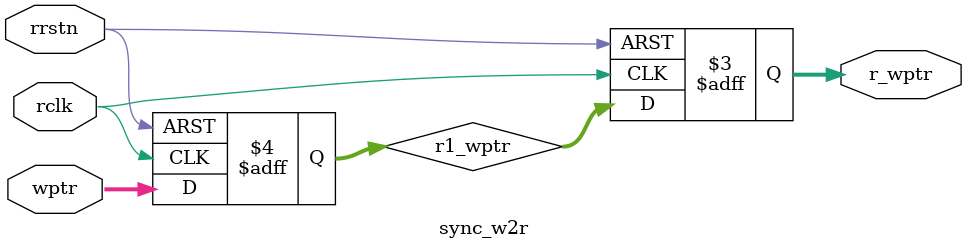
<source format=v>
`timescale 1ns / 1ps
module sync_w2r
#(parameter ASIZE = 4)
(
    output reg [ASIZE:0] r_wptr, //Ð´Ö¸ÕëÍ¬²½µ½¶ÁÊ±ÖÓÓò
    input      [ASIZE:0] wptr,     //¸ñÀ×ÂëÐÎÊ½µÄÐ´Ö¸Õë
    input                  rclk, rrstn
);
 
reg [ASIZE:0] r1_wptr;
 
  always @(posedge rclk or negedge rrstn)   
      if (!rrstn)
		begin
          r1_wptr <= 0;
          r_wptr <= 0;
      end 
      else 
		begin
			r1_wptr <= wptr;
			r_wptr <= r1_wptr;
      end
        
endmodule

</source>
